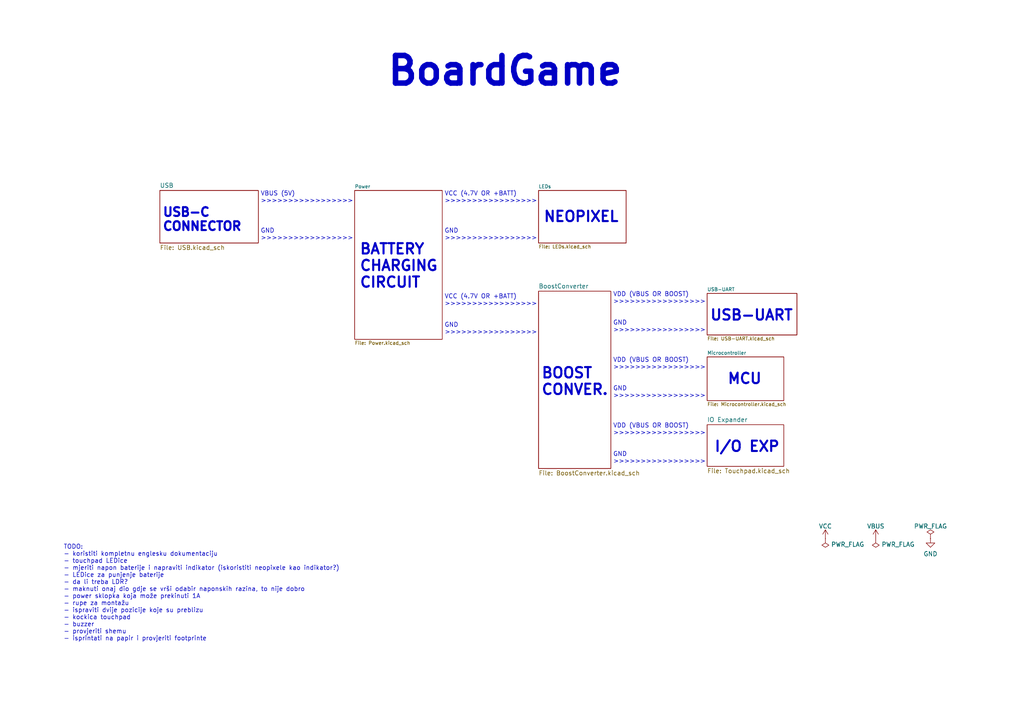
<source format=kicad_sch>
(kicad_sch (version 20211123) (generator eeschema)
  (paper "A4")
  (title_block (title "CNLJS") (date "2021-12-22") (rev "v0.01") (company "Josip&Zvonimir"))
  (lib_symbols
    (symbol "power:GND" (power) (pin_names (offset 0))
      (property "Value" "GND" (at 0 -3.81 0))
      (symbol "GND_0_1"
        (polyline (pts (xy 0 0) (xy 0 -1.27) (xy 1.27 -1.27) (xy 0 -2.54) (xy -1.27 -1.27) (xy 0 -1.27)))
      )
      (symbol "GND_1_1"
        (pin power_in line (at 0 0 270) (length 0) hide (name "GND") (number "1"))
      )
    )
    (symbol "power:PWR_FLAG" (power) (pin_numbers hide) (pin_names (offset 0) hide)
      (property "Value" "PWR_FLAG" (at 0 3.81 0))
      (symbol "PWR_FLAG_0_0"
        (pin power_out line (at 0 0 90) (length 0) (name "pwr") (number "1"))
      )
      (symbol "PWR_FLAG_0_1"
        (polyline (pts (xy 0 0) (xy 0 1.27) (xy -1.016 1.905) (xy 0 2.54) (xy 1.016 1.905) (xy 0 1.27)))
      )
    )
    (symbol "power:VBUS" (power) (pin_names (offset 0))
      (property "Value" "VBUS" (at 0 3.81 0))
      (symbol "VBUS_0_1"
        (polyline (pts (xy -0.762 1.27) (xy 0 2.54)))
        (polyline (pts (xy 0 0) (xy 0 2.54)))
        (polyline (pts (xy 0 2.54) (xy 0.762 1.27)))
      )
      (symbol "VBUS_1_1"
        (pin power_in line (at 0 0 90) (length 0) hide (name "VBUS") (number "1"))
      )
    )
    (symbol "power:VCC" (power) (pin_names (offset 0))
      (property "Value" "VCC" (at 0 3.81 0))
      (symbol "VCC_0_1"
        (polyline (pts (xy -0.762 1.27) (xy 0 2.54)))
        (polyline (pts (xy 0 0) (xy 0 2.54)))
        (polyline (pts (xy 0 2.54) (xy 0.762 1.27)))
      )
      (symbol "VCC_1_1"
        (pin power_in line (at 0 0 90) (length 0) hide (name "VCC") (number "1"))
      )
    )
  )
  (text "GND\n>>>>>>>>>>>>>>>>>" (at 177.8 134.62 0) (effects (font (size 1.27 1.27)) (justify left bottom)))
  (text "TODO:\n- koristiti kompletnu englesku dokumentaciju\n- touchpad LEDice\n- mjeriti napon baterije i napraviti indikator (iskoristiti neopixele kao indikator?)\n- LEDice za punjenje baterije\n- da li treba LDR?\n- maknuti onaj dio gdje se vrši odabir naponskih razina, to nije dobro\n- power sklopka koja može prekinuti 1A\n- rupe za montažu\n- ispraviti dvije pozicije koje su preblizu\n- kockica touchpad\n- buzzer\n- provjeriti shemu\n- isprintati na papir i provjeriti footprinte" (at 18.415 186.055 0) (effects (font (size 1.27 1.27)) (justify left bottom)))
  (text "USB-C\nCONNECTOR" (at 46.99 67.31 0) (effects (font (size 2.54 2.54) (thickness 0.5994) bold) (justify left bottom)))
  (text "NEOPIXEL" (at 157.48 64.77 0) (effects (font (size 2.9972 2.9972) (thickness 0.5994) bold) (justify left bottom)))
  (text "VCC (4.7V OR +BATT)\n>>>>>>>>>>>>>>>>>" (at 128.905 88.9 0) (effects (font (size 1.27 1.27)) (justify left bottom)))
  (text "USB-UART" (at 205.74 93.345 0) (effects (font (size 2.9972 2.9972) (thickness 0.5994) bold) (justify left bottom)))
  (text "GND\n>>>>>>>>>>>>>>>>>" (at 128.905 97.155 0) (effects (font (size 1.27 1.27)) (justify left bottom)))
  (text "GND\n>>>>>>>>>>>>>>>>>" (at 177.8 96.52 0) (effects (font (size 1.27 1.27)) (justify left bottom)))
  (text "VBUS (5V)\n>>>>>>>>>>>>>>>>>" (at 75.565 59.055 0) (effects (font (size 1.27 1.27)) (justify left bottom)))
  (text "BATTERY\nCHARGING\nCIRCUIT" (at 104.14 83.82 0) (effects (font (size 2.9972 2.9972) (thickness 0.5994) bold) (justify left bottom)))
  (text "I/O EXP" (at 207.01 131.445 0) (effects (font (size 2.9972 2.9972) (thickness 0.5994) bold) (justify left bottom)))
  (text "BoardGame\n" (at 111.76 25.4 0) (effects (font (size 8.001 8.001) (thickness 1.6002) bold) (justify left bottom)))
  (text "VDD (VBUS OR BOOST)\n>>>>>>>>>>>>>>>>>" (at 177.8 88.265 0) (effects (font (size 1.27 1.27)) (justify left bottom)))
  (text "VDD (VBUS OR BOOST)\n>>>>>>>>>>>>>>>>>" (at 177.8 126.365 0) (effects (font (size 1.27 1.27)) (justify left bottom)))
  (text "VCC (4.7V OR +BATT)\n>>>>>>>>>>>>>>>>>" (at 128.905 59.055 0) (effects (font (size 1.27 1.27)) (justify left bottom)))
  (text "VDD (VBUS OR BOOST)\n>>>>>>>>>>>>>>>>>" (at 177.8 107.315 0) (effects (font (size 1.27 1.27)) (justify left bottom)))
  (text "MCU" (at 210.82 111.76 0) (effects (font (size 2.9972 2.9972) (thickness 0.5994) bold) (justify left bottom)))
  (text "BOOST\nCONVER." (at 156.845 114.935 0) (effects (font (size 2.9972 2.9972) (thickness 0.5994) bold) (justify left bottom)))
  (text "GND\n>>>>>>>>>>>>>>>>>" (at 75.565 69.85 0) (effects (font (size 1.27 1.27)) (justify left bottom)))
  (text "GND\n>>>>>>>>>>>>>>>>>" (at 128.905 69.85 0) (effects (font (size 1.27 1.27)) (justify left bottom)))
  (text "GND\n>>>>>>>>>>>>>>>>>" (at 177.8 115.57 0) (effects (font (size 1.27 1.27)) (justify left bottom)))
  (symbol (lib_id "power:PWR_FLAG") (at 254 156.21 180) (unit 1)
    (property "Reference" "#FLG0102" (effects hide))
    (property "Value" "PWR_FLAG" (at 255.651 157.9138 0) (effects (justify right)))
  )
  (symbol (lib_id "power:GND") (at 269.875 156.21 0) (unit 1)
    (property "Reference" "#PWR0256" (effects hide))
    (property "Value" "GND" (at 269.875 160.6534 0))
  )
  (symbol (lib_id "power:PWR_FLAG") (at 239.395 156.21 180) (unit 1)
    (property "Reference" "#FLG0103" (effects hide))
    (property "Value" "PWR_FLAG" (at 241.046 157.9138 0) (effects (justify right)))
  )
  (symbol (lib_id "power:VCC") (at 239.395 156.21 0) (unit 1)
    (property "Reference" "#PWR0258" (effects hide))
    (property "Value" "VCC" (at 239.395 152.6342 0))
  )
  (symbol (lib_id "power:VBUS") (at 254 156.21 0) (unit 1)
    (property "Reference" "#PWR0257" (effects hide))
    (property "Value" "VBUS" (at 254 152.6342 0))
  )
  (symbol (lib_id "power:PWR_FLAG") (at 269.875 156.21 0) (unit 1)
    (property "Reference" "#FLG0101" (effects hide))
    (property "Value" "PWR_FLAG" (at 269.875 152.6342 0))
  )
  (sheet (at 102.87 55.245) (size 25.4 43.18)
    (property "Sheet name" "Power" (at 102.87 54.6731 0) (effects (font (size 0.9906 0.9906)) (justify left bottom)))
    (property "Sheet file" "Power.kicad_sch" (at 102.87 98.8978 0) (effects (font (size 0.9906 0.9906)) (justify left top)))
  )
  (sheet (at 205.105 103.505) (size 22.225 12.7)
    (property "Sheet name" "Microcontroller" (at 205.105 102.9331 0) (effects (font (size 0.9906 0.9906)) (justify left bottom)))
    (property "Sheet file" "Microcontroller.kicad_sch" (at 205.105 116.6778 0) (effects (font (size 0.9906 0.9906)) (justify left top)))
  )
  (sheet (at 156.21 55.245) (size 25.4 15.24)
    (property "Sheet name" "LEDs" (at 156.21 54.6731 0) (effects (font (size 0.9906 0.9906)) (justify left bottom)))
    (property "Sheet file" "LEDs.kicad_sch" (at 156.21 70.9578 0) (effects (font (size 0.9906 0.9906)) (justify left top)))
  )
  (sheet (at 205.105 85.09) (size 26.035 12.065)
    (property "Sheet name" "USB-UART" (at 205.105 84.5181 0) (effects (font (size 0.9906 0.9906)) (justify left bottom)))
    (property "Sheet file" "USB-UART.kicad_sch" (at 205.105 97.6278 0) (effects (font (size 0.9906 0.9906)) (justify left top)))
  )
  (sheet (at 46.355 55.245) (size 28.575 15.24)
    (property "Sheet name" "USB" (at 46.355 54.5334 0) (effects (justify left bottom)))
    (property "Sheet file" "USB.kicad_sch" (at 46.355 71.0696 0) (effects (justify left top)))
  )
  (sheet (at 156.21 84.455) (size 20.955 51.435)
    (property "Sheet name" "BoostConverter" (at 156.21 83.7434 0) (effects (justify left bottom)))
    (property "Sheet file" "BoostConverter.kicad_sch" (at 156.21 136.4746 0) (effects (justify left top)))
  )
  (sheet (at 205.105 123.19) (size 22.225 12.065) (stroke (width 0.1524))
    (property "Sheet name" "IO Expander" (at 205.105 122.4784 0) (effects (justify left bottom)))
    (property "Sheet file" "Touchpad.kicad_sch" (at 205.105 135.8396 0) (effects (justify left top)))
  )
)
</source>
